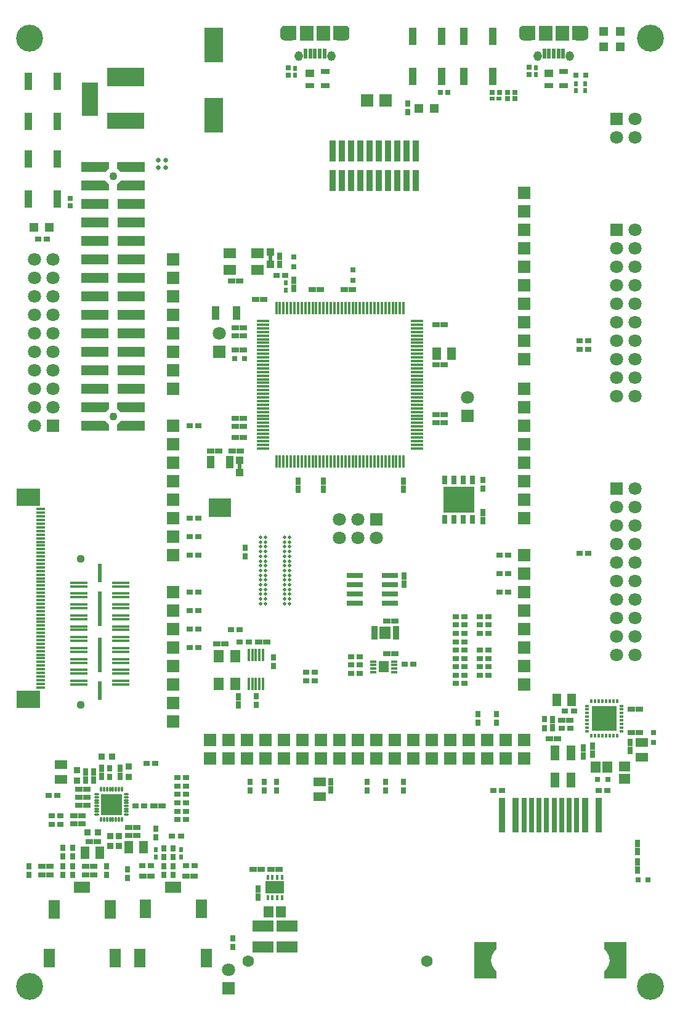
<source format=gts>
%FSLAX43Y43*%
%MOMM*%
G71*
G01*
G75*
G04 Layer_Color=8388736*
%ADD10C,0.175*%
%ADD11C,0.175*%
%ADD12R,0.700X0.700*%
%ADD13R,1.600X1.300*%
%ADD14R,1.000X2.250*%
%ADD15R,2.800X1.400*%
%ADD16R,0.650X0.800*%
%ADD17R,0.800X0.650*%
%ADD18R,0.600X0.550*%
%ADD19R,1.092X1.600*%
%ADD20R,0.700X0.700*%
%ADD21R,0.950X1.000*%
%ADD22R,0.600X0.900*%
%ADD23R,0.762X0.762*%
%ADD24R,0.900X0.600*%
%ADD25R,0.762X0.762*%
%ADD26R,0.500X0.600*%
%ADD27R,1.600X1.092*%
%ADD28R,1.500X1.350*%
%ADD29R,1.350X1.500*%
%ADD30R,2.200X1.500*%
%ADD31R,1.500X2.400*%
%ADD32R,0.650X0.500*%
%ADD33R,0.550X0.600*%
%ADD34R,1.100X1.000*%
%ADD35R,1.100X0.600*%
%ADD36R,0.500X0.650*%
%ADD37R,1.200X1.200*%
%ADD38R,1.200X1.200*%
%ADD39R,0.400X1.350*%
%ADD40R,0.950X1.750*%
%ADD41R,2.500X4.600*%
%ADD42R,2.200X0.600*%
%ADD43R,0.300X1.700*%
%ADD44O,0.300X1.700*%
%ADD45O,1.700X0.300*%
%ADD46R,1.300X1.400*%
%ADD47R,0.850X0.300*%
%ADD48R,3.400X3.400*%
%ADD49R,0.500X0.230*%
%ADD50R,0.230X0.500*%
%ADD51C,0.320*%
%ADD52R,4.100X3.500*%
%ADD53R,0.600X1.100*%
%ADD54R,2.500X1.700*%
%ADD55R,0.350X0.675*%
%ADD56R,0.700X0.300*%
%ADD57R,1.400X1.600*%
%ADD58O,0.200X0.700*%
%ADD59O,0.700X0.200*%
%ADD60R,2.800X2.800*%
%ADD61R,1.300X1.600*%
%ADD62R,1.000X1.600*%
%ADD63R,3.000X2.500*%
%ADD64R,1.200X2.000*%
%ADD65R,2.000X4.900*%
%ADD66R,0.810X4.600*%
%ADD67R,0.610X4.600*%
%ADD68R,1.100X0.300*%
%ADD69R,3.100X2.300*%
%ADD70R,0.430X4.700*%
%ADD71R,0.430X2.540*%
%ADD72R,2.270X0.280*%
%ADD73R,3.200X1.270*%
%ADD74R,3.683X1.270*%
%ADD75R,0.740X2.790*%
%ADD76C,0.300*%
%ADD77C,0.180*%
%ADD78C,0.200*%
%ADD79C,0.165*%
%ADD80C,0.150*%
%ADD81C,0.185*%
%ADD82C,0.127*%
%ADD83R,0.300X0.900*%
%ADD84R,1.800X1.900*%
%ADD85C,1.700*%
%ADD86R,1.700X1.700*%
%ADD87C,3.600*%
G04:AMPARAMS|DCode=88|XSize=2.1mm|YSize=1.9mm|CornerRadius=0.494mm|HoleSize=0mm|Usage=FLASHONLY|Rotation=0.000|XOffset=0mm|YOffset=0mm|HoleType=Round|Shape=RoundedRectangle|*
%AMROUNDEDRECTD88*
21,1,2.100,0.912,0,0,0.0*
21,1,1.112,1.900,0,0,0.0*
1,1,0.988,0.556,-0.456*
1,1,0.988,-0.556,-0.456*
1,1,0.988,-0.556,0.456*
1,1,0.988,0.556,0.456*
%
%ADD88ROUNDEDRECTD88*%
G04:AMPARAMS|DCode=89|XSize=1.05mm|YSize=1.25mm|CornerRadius=0.525mm|HoleSize=0mm|Usage=FLASHONLY|Rotation=180.000|XOffset=0mm|YOffset=0mm|HoleType=Round|Shape=RoundedRectangle|*
%AMROUNDEDRECTD89*
21,1,1.050,0.200,0,0,180.0*
21,1,0.000,1.250,0,0,180.0*
1,1,1.050,0.000,0.100*
1,1,1.050,0.000,0.100*
1,1,1.050,0.000,-0.100*
1,1,1.050,0.000,-0.100*
%
%ADD89ROUNDEDRECTD89*%
%ADD90R,1.700X1.700*%
%ADD91C,1.500*%
%ADD92R,2.200X4.500*%
%ADD93R,5.000X2.200*%
%ADD94R,5.000X2.400*%
%ADD95C,1.020*%
%ADD96C,1.000*%
%ADD97C,0.550*%
%ADD98C,0.400*%
%ADD99C,0.700*%
%ADD100C,0.660*%
%ADD101C,1.016*%
%ADD102C,0.500*%
%ADD103C,1.600*%
%ADD104C,1.900*%
G04:AMPARAMS|DCode=105|XSize=2.524mm|YSize=2.524mm|CornerRadius=0mm|HoleSize=0mm|Usage=FLASHONLY|Rotation=0.000|XOffset=0mm|YOffset=0mm|HoleType=Round|Shape=Relief|Width=0.254mm|Gap=0.254mm|Entries=4|*
%AMTHD105*
7,0,0,2.524,2.016,0.254,45*
%
%ADD105THD105*%
%ADD106O,1.425X2.100*%
%ADD107O,1.250X1.450*%
%ADD108C,2.100*%
%ADD109C,3.600*%
%AMTHOVALD110*
21,1,1.700,2.824,0,0,270.0*
1,1,2.824,0.000,0.850*
1,1,2.824,0.000,-0.850*
21,0,1.700,2.316,0,0,270.0*
1,0,2.316,0.000,0.850*
1,0,2.316,0.000,-0.850*
4,0,4,-0.090,0.760,-1.088,1.759,-0.909,1.938,0.090,0.940,-0.090,0.760,0.0*
4,0,4,-0.090,-0.940,0.909,-1.938,1.088,-1.759,0.090,-0.760,-0.090,-0.940,0.0*
4,0,4,-0.090,0.940,0.909,1.938,1.088,1.759,0.090,0.760,-0.090,0.940,0.0*
4,0,4,-0.090,-0.760,-1.088,-1.759,-0.909,-1.938,0.090,-0.940,-0.090,-0.760,0.0*
%
%ADD110THOVALD110*%

%ADD111O,4.100X1.800*%
%AMTHOVALD112*
21,1,1.800,2.724,0,0,0.0*
1,1,2.724,-0.900,0.000*
1,1,2.724,0.900,0.000*
21,0,1.800,2.216,0,0,0.0*
1,0,2.216,-0.900,0.000*
1,0,2.216,0.900,0.000*
4,0,4,-0.810,-0.090,-1.773,-1.053,-1.953,-0.873,-0.990,0.090,-0.810,-0.090,0.0*
4,0,4,0.990,-0.090,1.953,0.873,1.773,1.053,0.810,0.090,0.990,-0.090,0.0*
4,0,4,-0.990,-0.090,-1.953,0.873,-1.773,1.053,-0.810,0.090,-0.990,-0.090,0.0*
4,0,4,0.810,-0.090,1.773,-1.053,1.953,-0.873,0.990,0.090,0.810,-0.090,0.0*
%
%ADD112THOVALD112*%

%ADD113C,1.620*%
%ADD114C,1.790*%
%ADD115C,0.850*%
%ADD116C,0.800*%
%ADD117C,0.930*%
%ADD118C,3.300*%
%ADD119O,1.900X3.600*%
%ADD120O,3.600X1.800*%
%ADD121C,0.950*%
%ADD122C,0.800*%
%ADD123C,1.270*%
%ADD124R,0.600X1.300*%
%ADD125R,1.300X0.600*%
%ADD126R,0.350X0.850*%
%ADD127R,1.700X0.350*%
%ADD128R,0.650X1.050*%
%ADD129C,0.280*%
%ADD130O,0.850X0.280*%
%ADD131O,0.280X0.850*%
%ADD132R,0.230X0.700*%
%ADD133R,0.700X0.230*%
%ADD134R,2.700X2.700*%
%ADD135O,1.524X0.381*%
%ADD136R,3.000X3.000*%
%ADD137R,0.800X2.000*%
%ADD138R,2.000X1.100*%
%ADD139R,0.980X3.700*%
%ADD140R,3.700X0.980*%
%ADD141R,1.400X0.600*%
%ADD142C,0.125*%
%ADD143R,1.507X0.242*%
%ADD144R,1.490X0.201*%
%ADD145R,0.312X0.829*%
%ADD146C,0.254*%
%ADD147C,0.250*%
%ADD148C,0.600*%
%ADD149C,1.000*%
%ADD150C,0.100*%
%ADD151C,0.112*%
%ADD152R,2.100X2.100*%
%ADD153R,2.100X2.100*%
%ADD154C,0.264*%
%ADD155R,1.750X1.750*%
%ADD156R,0.870X0.870*%
%ADD157R,1.125X1.550*%
%ADD158R,1.700X1.700*%
%ADD159R,0.000X0.000*%
%ADD160R,1.350X1.550*%
%ADD161R,1.300X1.400*%
%ADD162R,0.510X0.900*%
%ADD163R,0.850X1.950*%
%ADD164R,0.800X0.800*%
%ADD165R,1.700X1.400*%
%ADD166R,1.100X2.350*%
%ADD167R,2.900X1.500*%
%ADD168R,0.750X0.900*%
%ADD169R,0.900X0.750*%
%ADD170R,0.700X0.650*%
%ADD171R,1.192X1.700*%
%ADD172R,0.800X0.800*%
%ADD173R,1.050X1.100*%
%ADD174R,0.700X1.000*%
%ADD175R,0.862X0.862*%
%ADD176R,1.000X0.700*%
%ADD177R,0.862X0.862*%
%ADD178R,0.600X0.700*%
%ADD179R,1.700X1.192*%
%ADD180R,1.600X1.450*%
%ADD181R,1.450X1.600*%
%ADD182R,2.300X1.600*%
%ADD183R,1.600X2.500*%
%ADD184R,0.750X0.600*%
%ADD185R,0.650X0.700*%
%ADD186R,1.200X1.100*%
%ADD187R,1.200X0.700*%
%ADD188R,0.600X0.750*%
%ADD189R,1.300X1.300*%
%ADD190R,1.300X1.300*%
%ADD191R,0.500X1.450*%
%ADD192R,1.050X1.850*%
%ADD193R,2.600X4.700*%
%ADD194R,2.300X0.700*%
%ADD195R,0.400X1.800*%
%ADD196O,0.400X1.800*%
%ADD197O,1.800X0.400*%
%ADD198R,1.400X1.500*%
%ADD199R,0.950X0.400*%
%ADD200R,3.500X3.500*%
%ADD201R,0.600X0.330*%
%ADD202R,0.330X0.600*%
%ADD203C,0.470*%
%ADD204R,4.200X3.600*%
%ADD205R,0.700X1.200*%
%ADD206R,2.600X1.800*%
%ADD207R,0.450X0.775*%
%ADD208R,0.850X0.450*%
%ADD209R,1.550X1.750*%
%ADD210O,0.300X0.800*%
%ADD211O,0.800X0.300*%
%ADD212R,2.900X2.900*%
%ADD213R,1.400X1.700*%
%ADD214R,1.100X1.700*%
%ADD215R,3.100X2.600*%
%ADD216R,1.300X2.100*%
%ADD217R,2.100X5.000*%
%ADD218R,0.910X4.700*%
%ADD219R,0.710X4.700*%
%ADD220R,1.200X0.400*%
%ADD221R,3.200X2.400*%
%ADD222R,0.530X4.800*%
%ADD223R,0.530X2.640*%
%ADD224R,2.370X0.380*%
%ADD225R,3.300X1.370*%
%ADD226R,3.783X1.370*%
%ADD227R,0.840X2.890*%
%ADD228R,1.900X2.000*%
%ADD229C,1.800*%
%ADD230R,1.800X1.800*%
%ADD231C,3.700*%
%ADD232C,0.100*%
G04:AMPARAMS|DCode=233|XSize=2.2mm|YSize=2mm|CornerRadius=0.544mm|HoleSize=0mm|Usage=FLASHONLY|Rotation=0.000|XOffset=0mm|YOffset=0mm|HoleType=Round|Shape=RoundedRectangle|*
%AMROUNDEDRECTD233*
21,1,2.200,0.912,0,0,0.0*
21,1,1.112,2.000,0,0,0.0*
1,1,1.088,0.556,-0.456*
1,1,1.088,-0.556,-0.456*
1,1,1.088,-0.556,0.456*
1,1,1.088,0.556,0.456*
%
%ADD233ROUNDEDRECTD233*%
G04:AMPARAMS|DCode=234|XSize=1.15mm|YSize=1.35mm|CornerRadius=0.575mm|HoleSize=0mm|Usage=FLASHONLY|Rotation=180.000|XOffset=0mm|YOffset=0mm|HoleType=Round|Shape=RoundedRectangle|*
%AMROUNDEDRECTD234*
21,1,1.150,0.200,0,0,180.0*
21,1,0.000,1.350,0,0,180.0*
1,1,1.150,0.000,0.100*
1,1,1.150,0.000,0.100*
1,1,1.150,0.000,-0.100*
1,1,1.150,0.000,-0.100*
%
%ADD234ROUNDEDRECTD234*%
%ADD235R,1.800X1.800*%
%ADD236R,0.100X0.100*%
%ADD237R,2.300X4.600*%
%ADD238R,5.100X2.300*%
%ADD239R,5.100X2.500*%
%ADD240C,1.120*%
%ADD241C,1.100*%
%ADD242C,0.650*%
G36*
X-76810Y-52430D02*
X-76801Y-52432D01*
X-76792Y-52437D01*
X-76784Y-52443D01*
X-76778Y-52451D01*
X-76774Y-52460D01*
X-76771Y-52469D01*
X-76770Y-52479D01*
Y-53299D01*
X-76770Y-53299D01*
X-76770Y-53304D01*
X-76771Y-53309D01*
X-76773Y-53316D01*
X-76774Y-53318D01*
X-76778Y-53327D01*
X-76784Y-53334D01*
X-77234Y-53784D01*
X-77234Y-53784D01*
X-77238Y-53787D01*
X-77242Y-53791D01*
X-77251Y-53795D01*
X-77260Y-53798D01*
X-77261Y-53798D01*
X-77270Y-53799D01*
X-77270Y-53799D01*
X-80500D01*
X-80510Y-53798D01*
X-80519Y-53795D01*
X-80528Y-53791D01*
X-80536Y-53784D01*
X-80542Y-53777D01*
X-80546Y-53768D01*
X-80549Y-53759D01*
X-80550Y-53749D01*
Y-52479D01*
X-80549Y-52469D01*
X-80546Y-52460D01*
X-80542Y-52451D01*
X-80536Y-52443D01*
X-80528Y-52437D01*
X-80519Y-52432D01*
X-80510Y-52430D01*
X-80500Y-52429D01*
X-76820D01*
X-76810Y-52430D01*
D02*
G37*
G36*
X-71860D02*
X-71851Y-52432D01*
X-71842Y-52437D01*
X-71834Y-52443D01*
X-71828Y-52451D01*
X-71824Y-52460D01*
X-71821Y-52469D01*
X-71820Y-52479D01*
Y-53749D01*
X-71821Y-53759D01*
X-71824Y-53768D01*
X-71828Y-53777D01*
X-71834Y-53784D01*
X-71842Y-53791D01*
X-71851Y-53795D01*
X-71860Y-53798D01*
X-71870Y-53799D01*
X-75100D01*
X-75100Y-53799D01*
X-75109Y-53798D01*
X-75110Y-53798D01*
X-75119Y-53795D01*
X-75128Y-53791D01*
X-75132Y-53787D01*
X-75136Y-53784D01*
X-75136Y-53784D01*
X-75586Y-53334D01*
X-75592Y-53327D01*
X-75596Y-53318D01*
X-75597Y-53316D01*
X-75599Y-53309D01*
X-75600Y-53304D01*
X-75600Y-53299D01*
X-75600Y-53299D01*
Y-52479D01*
X-75599Y-52469D01*
X-75596Y-52460D01*
X-75592Y-52451D01*
X-75586Y-52443D01*
X-75578Y-52437D01*
X-75569Y-52432D01*
X-75560Y-52430D01*
X-75550Y-52429D01*
X-71870D01*
X-71860Y-52430D01*
D02*
G37*
G36*
X-77261Y-21950D02*
X-77260Y-21950D01*
X-77251Y-21952D01*
X-77242Y-21957D01*
X-77238Y-21961D01*
X-77234Y-21963D01*
X-77234Y-21963D01*
X-76784Y-22413D01*
X-76778Y-22421D01*
X-76774Y-22430D01*
X-76773Y-22432D01*
X-76771Y-22439D01*
X-76770Y-22444D01*
X-76770Y-22449D01*
X-76770Y-22449D01*
Y-23269D01*
X-76771Y-23279D01*
X-76774Y-23288D01*
X-76778Y-23297D01*
X-76784Y-23304D01*
X-76792Y-23311D01*
X-76801Y-23315D01*
X-76810Y-23318D01*
X-76820Y-23319D01*
X-80500D01*
X-80510Y-23318D01*
X-80519Y-23315D01*
X-80528Y-23311D01*
X-80536Y-23304D01*
X-80542Y-23297D01*
X-80546Y-23288D01*
X-80549Y-23279D01*
X-80550Y-23269D01*
Y-21999D01*
X-80549Y-21989D01*
X-80546Y-21980D01*
X-80542Y-21971D01*
X-80536Y-21963D01*
X-80528Y-21957D01*
X-80519Y-21952D01*
X-80510Y-21950D01*
X-80500Y-21949D01*
X-77270D01*
X-77270Y-21949D01*
X-77261Y-21950D01*
D02*
G37*
G36*
X-75100Y-54969D02*
X-71870D01*
X-71860Y-54970D01*
X-71851Y-54972D01*
X-71842Y-54977D01*
X-71834Y-54983D01*
X-71828Y-54991D01*
X-71824Y-55000D01*
X-71821Y-55009D01*
X-71820Y-55019D01*
Y-56289D01*
X-71821Y-56299D01*
X-71824Y-56308D01*
X-71828Y-56317D01*
X-71834Y-56324D01*
X-71842Y-56331D01*
X-71851Y-56335D01*
X-71860Y-56338D01*
X-71870Y-56339D01*
X-75550D01*
X-75560Y-56338D01*
X-75569Y-56335D01*
X-75578Y-56331D01*
X-75586Y-56324D01*
X-75592Y-56317D01*
X-75596Y-56308D01*
X-75599Y-56299D01*
X-75600Y-56289D01*
Y-55469D01*
X-75600Y-55469D01*
X-75600Y-55464D01*
X-75599Y-55459D01*
X-75597Y-55452D01*
X-75596Y-55450D01*
X-75592Y-55441D01*
X-75586Y-55433D01*
X-75136Y-54983D01*
X-75136Y-54983D01*
X-75132Y-54981D01*
X-75128Y-54977D01*
X-75119Y-54972D01*
X-75110Y-54970D01*
X-75109Y-54970D01*
X-75100Y-54969D01*
X-75100Y-54969D01*
D02*
G37*
G36*
X-23485Y-126596D02*
X-23476Y-126599D01*
X-23467Y-126603D01*
X-23459Y-126609D01*
X-23453Y-126617D01*
X-23449Y-126626D01*
X-23446Y-126635D01*
X-23445Y-126645D01*
X-23445Y-127581D01*
X-23445Y-127584D01*
X-23445Y-127586D01*
X-23446Y-127588D01*
X-23446Y-127591D01*
X-23447Y-127593D01*
X-23447Y-127596D01*
X-23448Y-127598D01*
X-23449Y-127600D01*
X-23450Y-127603D01*
X-23451Y-127605D01*
X-23452Y-127607D01*
X-23453Y-127609D01*
X-23455Y-127611D01*
X-23457Y-127613D01*
X-23458Y-127615D01*
X-23459Y-127616D01*
X-23462Y-127618D01*
X-23464Y-127620D01*
X-23465Y-127621D01*
X-23467Y-127623D01*
X-23469Y-127624D01*
X-23704Y-127816D01*
X-23929Y-128090D01*
X-24096Y-128403D01*
X-24199Y-128742D01*
X-24233Y-129095D01*
X-24199Y-129448D01*
X-24096Y-129787D01*
X-23929Y-130100D01*
X-23704Y-130374D01*
X-23481Y-130556D01*
X-23479Y-130557D01*
X-23475Y-130558D01*
X-23474Y-130559D01*
X-23474Y-130559D01*
X-23470Y-130561D01*
X-23466Y-130563D01*
X-23466Y-130564D01*
X-23465Y-130564D01*
X-23462Y-130567D01*
X-23459Y-130569D01*
X-23458Y-130570D01*
X-23458Y-130570D01*
X-23455Y-130574D01*
X-23452Y-130577D01*
X-23452Y-130578D01*
X-23452Y-130578D01*
X-23450Y-130582D01*
X-23448Y-130586D01*
X-23447Y-130586D01*
X-23447Y-130587D01*
X-23446Y-130591D01*
X-23445Y-130595D01*
X-23445Y-130596D01*
X-23445Y-130596D01*
X-23444Y-130601D01*
X-23444Y-130605D01*
X-23444Y-130606D01*
X-23444Y-130606D01*
X-23444Y-130610D01*
X-23445Y-130615D01*
Y-131545D01*
X-23446Y-131555D01*
X-23449Y-131564D01*
X-23453Y-131573D01*
X-23459Y-131581D01*
X-23467Y-131587D01*
X-23476Y-131591D01*
X-23485Y-131594D01*
X-23495Y-131595D01*
X-26495D01*
X-26505Y-131594D01*
X-26514Y-131591D01*
X-26523Y-131587D01*
X-26531Y-131581D01*
X-26537Y-131573D01*
X-26541Y-131564D01*
X-26544Y-131555D01*
X-26545Y-131545D01*
Y-126645D01*
X-26544Y-126635D01*
X-26541Y-126626D01*
X-26537Y-126617D01*
X-26531Y-126609D01*
X-26523Y-126603D01*
X-26514Y-126599D01*
X-26505Y-126596D01*
X-26495Y-126595D01*
X-23495D01*
X-23485Y-126596D01*
D02*
G37*
G36*
X-5645D02*
X-5636Y-126599D01*
X-5627Y-126603D01*
X-5619Y-126609D01*
X-5613Y-126617D01*
X-5609Y-126626D01*
X-5606Y-126635D01*
X-5605Y-126645D01*
Y-131545D01*
X-5606Y-131555D01*
X-5609Y-131564D01*
X-5613Y-131573D01*
X-5619Y-131581D01*
X-5627Y-131587D01*
X-5636Y-131591D01*
X-5645Y-131594D01*
X-5655Y-131595D01*
X-8655D01*
X-8665Y-131594D01*
X-8674Y-131591D01*
X-8683Y-131587D01*
X-8691Y-131581D01*
X-8697Y-131573D01*
X-8701Y-131564D01*
X-8704Y-131555D01*
X-8705Y-131545D01*
X-8705Y-130610D01*
D01*
Y-130609D01*
X-8705Y-130606D01*
X-8705Y-130602D01*
X-8704Y-130601D01*
X-8704Y-130600D01*
X-8703Y-130596D01*
X-8702Y-130593D01*
X-8702Y-130592D01*
X-8701Y-130590D01*
X-8699Y-130587D01*
X-8698Y-130584D01*
X-8698Y-130583D01*
X-8697Y-130582D01*
X-8694Y-130578D01*
X-8692Y-130576D01*
X-8692Y-130575D01*
X-8691Y-130574D01*
X-8687Y-130571D01*
X-8685Y-130569D01*
X-8684Y-130569D01*
X-8683Y-130568D01*
X-8682Y-130567D01*
X-8446Y-130374D01*
X-8221Y-130100D01*
X-8054Y-129787D01*
X-7951Y-129448D01*
X-7917Y-129095D01*
X-7951Y-128742D01*
X-8054Y-128403D01*
X-8221Y-128090D01*
X-8446Y-127816D01*
X-8669Y-127634D01*
X-8671Y-127633D01*
X-8675Y-127632D01*
X-8676Y-127631D01*
X-8676Y-127631D01*
X-8680Y-127629D01*
X-8684Y-127627D01*
X-8684Y-127626D01*
X-8685Y-127626D01*
X-8688Y-127623D01*
X-8691Y-127621D01*
X-8692Y-127620D01*
X-8692Y-127620D01*
X-8695Y-127616D01*
X-8698Y-127613D01*
X-8698Y-127612D01*
X-8698Y-127612D01*
X-8700Y-127608D01*
X-8702Y-127604D01*
X-8703Y-127604D01*
X-8703Y-127603D01*
X-8704Y-127599D01*
X-8705Y-127595D01*
X-8705Y-127594D01*
X-8705Y-127594D01*
X-8706Y-127589D01*
X-8706Y-127585D01*
X-8706Y-127584D01*
X-8706Y-127584D01*
X-8706Y-127580D01*
X-8705Y-127575D01*
Y-126645D01*
X-8704Y-126635D01*
X-8701Y-126626D01*
X-8697Y-126617D01*
X-8691Y-126609D01*
X-8683Y-126603D01*
X-8674Y-126599D01*
X-8665Y-126596D01*
X-8655Y-126595D01*
X-5655D01*
X-5645Y-126596D01*
D02*
G37*
G36*
X-77261Y-54970D02*
X-77260Y-54970D01*
X-77251Y-54972D01*
X-77242Y-54977D01*
X-77238Y-54981D01*
X-77234Y-54983D01*
X-77234Y-54983D01*
X-76784Y-55433D01*
X-76778Y-55441D01*
X-76774Y-55450D01*
X-76773Y-55452D01*
X-76771Y-55459D01*
X-76770Y-55464D01*
X-76770Y-55469D01*
X-76770Y-55469D01*
Y-56289D01*
X-76771Y-56299D01*
X-76774Y-56308D01*
X-76778Y-56317D01*
X-76784Y-56324D01*
X-76792Y-56331D01*
X-76801Y-56335D01*
X-76810Y-56338D01*
X-76820Y-56339D01*
X-80500D01*
X-80510Y-56338D01*
X-80519Y-56335D01*
X-80528Y-56331D01*
X-80536Y-56324D01*
X-80542Y-56317D01*
X-80546Y-56308D01*
X-80549Y-56299D01*
X-80550Y-56289D01*
Y-55019D01*
X-80549Y-55009D01*
X-80546Y-55000D01*
X-80542Y-54991D01*
X-80536Y-54983D01*
X-80528Y-54977D01*
X-80519Y-54972D01*
X-80510Y-54970D01*
X-80500Y-54969D01*
X-77270D01*
X-77270Y-54969D01*
X-77261Y-54970D01*
D02*
G37*
G36*
X-11398Y-675D02*
X-11396Y-675D01*
X-11348Y-679D01*
X-11347Y-679D01*
X-11345Y-679D01*
X-11292Y-686D01*
X-11289Y-687D01*
X-11285Y-688D01*
X-11232Y-703D01*
X-11230Y-703D01*
X-11228Y-704D01*
X-11185Y-720D01*
X-11183Y-721D01*
X-11181Y-722D01*
X-11139Y-742D01*
X-11137Y-743D01*
X-11134Y-745D01*
X-11090Y-773D01*
X-11088Y-774D01*
X-11087Y-775D01*
X-11049Y-804D01*
X-11047Y-805D01*
X-11046Y-806D01*
X-11007Y-840D01*
X-11004Y-843D01*
X-11001Y-846D01*
X-10972Y-882D01*
X-10971Y-883D01*
X-10971Y-884D01*
X-10943Y-921D01*
X-10941Y-923D01*
X-10940Y-926D01*
X-10916Y-967D01*
X-10915Y-969D01*
X-10914Y-970D01*
X-10894Y-1012D01*
X-10893Y-1014D01*
X-10892Y-1016D01*
X-10876Y-1058D01*
X-10875Y-1061D01*
X-10874Y-1064D01*
X-10862Y-1115D01*
X-10862Y-1117D01*
X-10861Y-1119D01*
X-10854Y-1164D01*
X-10854Y-1166D01*
X-10854Y-1168D01*
X-10850Y-1221D01*
X-10850Y-1223D01*
X-10850Y-1225D01*
Y-2125D01*
X-10850Y-2127D01*
X-10850Y-2129D01*
X-10854Y-2184D01*
X-10854Y-2186D01*
X-10855Y-2189D01*
X-10863Y-2234D01*
X-10863Y-2235D01*
X-10863Y-2237D01*
X-10875Y-2287D01*
X-10876Y-2290D01*
X-10877Y-2294D01*
X-10893Y-2334D01*
X-10906Y-2366D01*
X-10908Y-2370D01*
X-10910Y-2373D01*
X-10935Y-2416D01*
X-10936Y-2418D01*
X-10937Y-2420D01*
X-10963Y-2457D01*
X-10964Y-2458D01*
X-10965Y-2460D01*
X-10996Y-2498D01*
X-10999Y-2500D01*
X-11001Y-2503D01*
X-11046Y-2544D01*
X-11048Y-2546D01*
X-11050Y-2547D01*
X-11090Y-2577D01*
X-11092Y-2578D01*
X-11093Y-2579D01*
X-11139Y-2609D01*
X-11142Y-2610D01*
X-11145Y-2612D01*
X-11198Y-2636D01*
X-11201Y-2637D01*
X-11205Y-2638D01*
X-11292Y-2664D01*
X-11297Y-2665D01*
X-11301Y-2666D01*
X-11301Y-2666D01*
X-11301Y-2666D01*
X-11301D01*
X-11395Y-2675D01*
X-11398Y-2675D01*
X-11400Y-2675D01*
X-13000D01*
X-13010Y-2674D01*
X-13019Y-2671D01*
X-13028Y-2667D01*
X-13036Y-2661D01*
X-13042Y-2653D01*
X-13046Y-2644D01*
X-13049Y-2635D01*
X-13050Y-2625D01*
Y-725D01*
X-13049Y-715D01*
X-13046Y-706D01*
X-13042Y-697D01*
X-13036Y-689D01*
X-13028Y-683D01*
X-13019Y-679D01*
X-13010Y-676D01*
X-13000Y-675D01*
X-11400D01*
X-11398Y-675D01*
D02*
G37*
G36*
X-51024Y-676D02*
X-51015Y-679D01*
X-51006Y-683D01*
X-50998Y-689D01*
X-50992Y-697D01*
X-50988Y-706D01*
X-50985Y-715D01*
X-50984Y-725D01*
Y-2625D01*
X-50985Y-2635D01*
X-50988Y-2644D01*
X-50992Y-2653D01*
X-50998Y-2661D01*
X-51006Y-2667D01*
X-51015Y-2671D01*
X-51024Y-2674D01*
X-51034Y-2675D01*
X-52634D01*
X-52636Y-2675D01*
X-52638Y-2675D01*
X-52686Y-2671D01*
X-52687Y-2671D01*
X-52689Y-2671D01*
X-52742Y-2664D01*
X-52745Y-2663D01*
X-52749Y-2662D01*
X-52802Y-2647D01*
X-52804Y-2647D01*
X-52806Y-2646D01*
X-52849Y-2630D01*
X-52851Y-2629D01*
X-52853Y-2628D01*
X-52895Y-2608D01*
X-52897Y-2607D01*
X-52900Y-2605D01*
X-52944Y-2577D01*
X-52946Y-2576D01*
X-52947Y-2575D01*
X-52985Y-2546D01*
X-52987Y-2545D01*
X-52988Y-2544D01*
X-53027Y-2510D01*
X-53030Y-2507D01*
X-53033Y-2504D01*
X-53062Y-2468D01*
X-53063Y-2467D01*
X-53063Y-2466D01*
X-53091Y-2429D01*
X-53093Y-2427D01*
X-53094Y-2424D01*
X-53118Y-2383D01*
X-53119Y-2381D01*
X-53120Y-2380D01*
X-53140Y-2338D01*
X-53141Y-2336D01*
X-53142Y-2334D01*
X-53158Y-2292D01*
X-53159Y-2289D01*
X-53160Y-2286D01*
X-53172Y-2235D01*
X-53172Y-2233D01*
X-53173Y-2231D01*
X-53180Y-2186D01*
X-53180Y-2184D01*
X-53180Y-2182D01*
X-53184Y-2129D01*
X-53184Y-2127D01*
X-53184Y-2125D01*
Y-1225D01*
X-53184Y-1223D01*
X-53184Y-1221D01*
X-53180Y-1166D01*
X-53180Y-1164D01*
X-53179Y-1161D01*
X-53171Y-1116D01*
X-53171Y-1115D01*
X-53171Y-1113D01*
X-53159Y-1063D01*
X-53158Y-1060D01*
X-53157Y-1056D01*
X-53141Y-1016D01*
X-53128Y-984D01*
X-53126Y-980D01*
X-53124Y-977D01*
X-53099Y-934D01*
X-53098Y-932D01*
X-53097Y-930D01*
X-53071Y-893D01*
X-53070Y-892D01*
X-53069Y-890D01*
X-53038Y-852D01*
X-53035Y-850D01*
X-53033Y-847D01*
X-52988Y-806D01*
X-52986Y-804D01*
X-52984Y-803D01*
X-52944Y-773D01*
X-52942Y-772D01*
X-52941Y-771D01*
X-52895Y-742D01*
X-52892Y-740D01*
X-52889Y-738D01*
X-52836Y-714D01*
X-52833Y-713D01*
X-52829Y-712D01*
X-52742Y-686D01*
X-52737Y-685D01*
X-52733Y-684D01*
X-52733Y-684D01*
X-52733Y-684D01*
X-52733D01*
X-52639Y-675D01*
X-52636Y-675D01*
X-52634Y-675D01*
X-51034D01*
X-51024Y-676D01*
D02*
G37*
G36*
X-18190D02*
X-18181Y-679D01*
X-18172Y-683D01*
X-18164Y-689D01*
X-18158Y-697D01*
X-18154Y-706D01*
X-18151Y-715D01*
X-18150Y-725D01*
Y-2625D01*
X-18151Y-2635D01*
X-18154Y-2644D01*
X-18158Y-2653D01*
X-18164Y-2661D01*
X-18172Y-2667D01*
X-18181Y-2671D01*
X-18190Y-2674D01*
X-18200Y-2675D01*
X-19800D01*
X-19802Y-2675D01*
X-19804Y-2675D01*
X-19852Y-2671D01*
X-19853Y-2671D01*
X-19855Y-2671D01*
X-19908Y-2664D01*
X-19911Y-2663D01*
X-19915Y-2662D01*
X-19968Y-2647D01*
X-19970Y-2647D01*
X-19972Y-2646D01*
X-20015Y-2630D01*
X-20017Y-2629D01*
X-20019Y-2628D01*
X-20061Y-2608D01*
X-20063Y-2607D01*
X-20066Y-2605D01*
X-20110Y-2577D01*
X-20112Y-2576D01*
X-20113Y-2575D01*
X-20151Y-2546D01*
X-20153Y-2545D01*
X-20154Y-2544D01*
X-20193Y-2510D01*
X-20196Y-2507D01*
X-20199Y-2504D01*
X-20228Y-2468D01*
X-20229Y-2467D01*
X-20229Y-2466D01*
X-20257Y-2429D01*
X-20259Y-2427D01*
X-20260Y-2424D01*
X-20284Y-2383D01*
X-20285Y-2381D01*
X-20286Y-2380D01*
X-20306Y-2338D01*
X-20307Y-2336D01*
X-20308Y-2334D01*
X-20324Y-2292D01*
X-20325Y-2289D01*
X-20326Y-2286D01*
X-20338Y-2235D01*
X-20338Y-2233D01*
X-20339Y-2231D01*
X-20346Y-2186D01*
X-20346Y-2184D01*
X-20346Y-2182D01*
X-20350Y-2129D01*
X-20350Y-2127D01*
X-20350Y-2125D01*
Y-1225D01*
X-20350Y-1223D01*
X-20350Y-1221D01*
X-20346Y-1166D01*
X-20346Y-1164D01*
X-20345Y-1161D01*
X-20337Y-1116D01*
X-20337Y-1115D01*
X-20337Y-1113D01*
X-20325Y-1063D01*
X-20324Y-1060D01*
X-20323Y-1056D01*
X-20307Y-1016D01*
X-20294Y-984D01*
X-20292Y-980D01*
X-20290Y-977D01*
X-20265Y-934D01*
X-20264Y-932D01*
X-20263Y-930D01*
X-20237Y-893D01*
X-20236Y-892D01*
X-20235Y-890D01*
X-20204Y-852D01*
X-20201Y-850D01*
X-20199Y-847D01*
X-20154Y-806D01*
X-20152Y-804D01*
X-20150Y-803D01*
X-20110Y-773D01*
X-20108Y-772D01*
X-20107Y-771D01*
X-20061Y-742D01*
X-20058Y-740D01*
X-20055Y-738D01*
X-20002Y-714D01*
X-19999Y-713D01*
X-19995Y-712D01*
X-19908Y-686D01*
X-19903Y-685D01*
X-19899Y-684D01*
X-19899Y-684D01*
X-19899Y-684D01*
X-19899D01*
X-19805Y-675D01*
X-19802Y-675D01*
X-19800Y-675D01*
X-18200D01*
X-18190Y-676D01*
D02*
G37*
G36*
X-44232Y-675D02*
X-44230Y-675D01*
X-44182Y-679D01*
X-44181Y-679D01*
X-44179Y-679D01*
X-44126Y-686D01*
X-44123Y-687D01*
X-44119Y-688D01*
X-44066Y-703D01*
X-44064Y-703D01*
X-44062Y-704D01*
X-44019Y-720D01*
X-44017Y-721D01*
X-44015Y-722D01*
X-43973Y-742D01*
X-43971Y-743D01*
X-43968Y-745D01*
X-43924Y-773D01*
X-43922Y-774D01*
X-43921Y-775D01*
X-43883Y-804D01*
X-43881Y-805D01*
X-43880Y-806D01*
X-43841Y-840D01*
X-43838Y-843D01*
X-43835Y-846D01*
X-43806Y-882D01*
X-43805Y-883D01*
X-43805Y-884D01*
X-43777Y-921D01*
X-43775Y-923D01*
X-43774Y-926D01*
X-43750Y-967D01*
X-43749Y-969D01*
X-43748Y-970D01*
X-43728Y-1012D01*
X-43727Y-1014D01*
X-43726Y-1016D01*
X-43710Y-1058D01*
X-43709Y-1061D01*
X-43708Y-1064D01*
X-43696Y-1115D01*
X-43696Y-1117D01*
X-43695Y-1119D01*
X-43688Y-1164D01*
X-43688Y-1166D01*
X-43688Y-1168D01*
X-43684Y-1221D01*
X-43684Y-1223D01*
X-43684Y-1225D01*
Y-2125D01*
X-43684Y-2127D01*
X-43684Y-2129D01*
X-43688Y-2184D01*
X-43688Y-2186D01*
X-43689Y-2189D01*
X-43697Y-2234D01*
X-43697Y-2235D01*
X-43697Y-2237D01*
X-43709Y-2287D01*
X-43710Y-2290D01*
X-43711Y-2294D01*
X-43727Y-2334D01*
X-43740Y-2366D01*
X-43742Y-2370D01*
X-43744Y-2373D01*
X-43769Y-2416D01*
X-43770Y-2418D01*
X-43771Y-2420D01*
X-43797Y-2457D01*
X-43798Y-2458D01*
X-43799Y-2460D01*
X-43830Y-2498D01*
X-43833Y-2500D01*
X-43835Y-2503D01*
X-43880Y-2544D01*
X-43882Y-2546D01*
X-43884Y-2547D01*
X-43924Y-2577D01*
X-43926Y-2578D01*
X-43927Y-2579D01*
X-43973Y-2609D01*
X-43976Y-2610D01*
X-43979Y-2612D01*
X-44032Y-2636D01*
X-44035Y-2637D01*
X-44039Y-2638D01*
X-44126Y-2664D01*
X-44131Y-2665D01*
X-44135Y-2666D01*
X-44135Y-2666D01*
X-44135Y-2666D01*
X-44135D01*
X-44229Y-2675D01*
X-44232Y-2675D01*
X-44234Y-2675D01*
X-45834D01*
X-45844Y-2674D01*
X-45853Y-2671D01*
X-45862Y-2667D01*
X-45870Y-2661D01*
X-45876Y-2653D01*
X-45880Y-2644D01*
X-45883Y-2635D01*
X-45884Y-2625D01*
Y-725D01*
X-45883Y-715D01*
X-45880Y-706D01*
X-45876Y-697D01*
X-45870Y-689D01*
X-45862Y-683D01*
X-45853Y-679D01*
X-45844Y-676D01*
X-45834Y-675D01*
X-44234D01*
X-44232Y-675D01*
D02*
G37*
G36*
X-75100Y-21949D02*
X-71870D01*
X-71860Y-21950D01*
X-71851Y-21952D01*
X-71842Y-21957D01*
X-71834Y-21963D01*
X-71828Y-21971D01*
X-71824Y-21980D01*
X-71821Y-21989D01*
X-71820Y-21999D01*
Y-23269D01*
X-71821Y-23279D01*
X-71824Y-23288D01*
X-71828Y-23297D01*
X-71834Y-23304D01*
X-71842Y-23311D01*
X-71851Y-23315D01*
X-71860Y-23318D01*
X-71870Y-23319D01*
X-75550D01*
X-75560Y-23318D01*
X-75569Y-23315D01*
X-75578Y-23311D01*
X-75586Y-23304D01*
X-75592Y-23297D01*
X-75596Y-23288D01*
X-75599Y-23279D01*
X-75600Y-23269D01*
Y-22449D01*
X-75600Y-22449D01*
X-75600Y-22444D01*
X-75599Y-22439D01*
X-75597Y-22432D01*
X-75596Y-22430D01*
X-75592Y-22421D01*
X-75586Y-22413D01*
X-75136Y-21963D01*
X-75136Y-21963D01*
X-75132Y-21961D01*
X-75128Y-21957D01*
X-75119Y-21952D01*
X-75110Y-21950D01*
X-75109Y-21950D01*
X-75100Y-21949D01*
X-75100Y-21949D01*
D02*
G37*
G36*
X-76810Y-19410D02*
X-76801Y-19412D01*
X-76792Y-19417D01*
X-76784Y-19423D01*
X-76778Y-19431D01*
X-76774Y-19440D01*
X-76771Y-19449D01*
X-76770Y-19459D01*
Y-20279D01*
X-76770Y-20279D01*
X-76770Y-20284D01*
X-76771Y-20289D01*
X-76773Y-20296D01*
X-76774Y-20298D01*
X-76778Y-20307D01*
X-76784Y-20314D01*
X-77234Y-20764D01*
X-77234Y-20764D01*
X-77238Y-20767D01*
X-77242Y-20771D01*
X-77251Y-20775D01*
X-77260Y-20778D01*
X-77261Y-20778D01*
X-77270Y-20779D01*
X-77270Y-20779D01*
X-80500D01*
X-80510Y-20778D01*
X-80519Y-20775D01*
X-80528Y-20771D01*
X-80536Y-20764D01*
X-80542Y-20757D01*
X-80546Y-20748D01*
X-80549Y-20739D01*
X-80550Y-20729D01*
Y-19459D01*
X-80549Y-19449D01*
X-80546Y-19440D01*
X-80542Y-19431D01*
X-80536Y-19423D01*
X-80528Y-19417D01*
X-80519Y-19412D01*
X-80510Y-19410D01*
X-80500Y-19409D01*
X-76820D01*
X-76810Y-19410D01*
D02*
G37*
G36*
X-71860D02*
X-71851Y-19412D01*
X-71842Y-19417D01*
X-71834Y-19423D01*
X-71828Y-19431D01*
X-71824Y-19440D01*
X-71821Y-19449D01*
X-71820Y-19459D01*
Y-20729D01*
X-71821Y-20739D01*
X-71824Y-20748D01*
X-71828Y-20757D01*
X-71834Y-20764D01*
X-71842Y-20771D01*
X-71851Y-20775D01*
X-71860Y-20778D01*
X-71870Y-20779D01*
X-75100D01*
X-75100Y-20779D01*
X-75109Y-20778D01*
X-75110Y-20778D01*
X-75119Y-20775D01*
X-75128Y-20771D01*
X-75132Y-20767D01*
X-75136Y-20764D01*
X-75136Y-20764D01*
X-75586Y-20314D01*
X-75592Y-20307D01*
X-75596Y-20298D01*
X-75597Y-20296D01*
X-75599Y-20289D01*
X-75600Y-20284D01*
X-75600Y-20279D01*
X-75600Y-20279D01*
Y-19459D01*
X-75599Y-19449D01*
X-75596Y-19440D01*
X-75592Y-19431D01*
X-75586Y-19423D01*
X-75578Y-19417D01*
X-75569Y-19412D01*
X-75560Y-19410D01*
X-75550Y-19409D01*
X-71870D01*
X-71860Y-19410D01*
D02*
G37*
D99*
X-9675Y-95875D02*
D03*
X-7675D02*
D03*
X-9675Y-96875D02*
D03*
Y-94875D02*
D03*
X-7675Y-96875D02*
D03*
Y-94875D02*
D03*
X-8675Y-95875D02*
D03*
Y-96875D02*
D03*
Y-94875D02*
D03*
D103*
X-33028Y-129200D02*
D03*
X-57627D02*
D03*
D162*
X-58755Y-61225D02*
D03*
X-54570Y-32575D02*
D03*
D163*
X-37325Y-84125D02*
D03*
X-40225D02*
D03*
D164*
X-43175Y-34250D02*
D03*
Y-35650D02*
D03*
X-51300Y-32426D02*
D03*
Y-33826D02*
D03*
X-1925Y-99175D02*
D03*
Y-97775D02*
D03*
D165*
X-60175Y-31925D02*
D03*
X-56375D02*
D03*
Y-34225D02*
D03*
X-60175D02*
D03*
D166*
X-83850Y-13825D02*
D03*
Y-8325D02*
D03*
X-87850D02*
D03*
Y-13825D02*
D03*
X-31000Y-7650D02*
D03*
Y-2150D02*
D03*
X-35000D02*
D03*
Y-7650D02*
D03*
X-24000D02*
D03*
Y-2150D02*
D03*
X-28000D02*
D03*
Y-7650D02*
D03*
X-83850Y-24450D02*
D03*
Y-18950D02*
D03*
X-87850D02*
D03*
Y-24450D02*
D03*
D167*
X-52305Y-127300D02*
D03*
Y-124400D02*
D03*
X-55605D02*
D03*
Y-127300D02*
D03*
D168*
X-76625Y-102675D02*
D03*
Y-103875D02*
D03*
X-56500Y-94025D02*
D03*
Y-92825D02*
D03*
X-74200Y-117825D02*
D03*
Y-116625D02*
D03*
X-87725Y-117350D02*
D03*
Y-116150D02*
D03*
X-77075Y-117350D02*
D03*
Y-116150D02*
D03*
X-70300Y-112200D02*
D03*
Y-111000D02*
D03*
X-67900Y-114900D02*
D03*
Y-113700D02*
D03*
X-69225Y-114900D02*
D03*
Y-113700D02*
D03*
X-81725Y-113650D02*
D03*
Y-114850D02*
D03*
X-83075Y-113650D02*
D03*
Y-114850D02*
D03*
X-16875Y-95975D02*
D03*
Y-97175D02*
D03*
X-59700Y-126100D02*
D03*
Y-127300D02*
D03*
X-57377Y-104550D02*
D03*
Y-105750D02*
D03*
X-53678Y-104550D02*
D03*
Y-105750D02*
D03*
X-55377Y-104550D02*
D03*
Y-105750D02*
D03*
X-36253Y-104550D02*
D03*
Y-105750D02*
D03*
X-38753Y-104550D02*
D03*
Y-105750D02*
D03*
X-41253Y-104550D02*
D03*
Y-105750D02*
D03*
X-25325Y-64300D02*
D03*
Y-63100D02*
D03*
X-57997Y-72400D02*
D03*
Y-73600D02*
D03*
X-54100Y-87475D02*
D03*
Y-88675D02*
D03*
X-26025Y-95269D02*
D03*
Y-96469D02*
D03*
X-23475Y-95275D02*
D03*
Y-96475D02*
D03*
X-69225Y-117400D02*
D03*
Y-116200D02*
D03*
X-81725Y-116150D02*
D03*
Y-117350D02*
D03*
X-83075Y-116150D02*
D03*
Y-117350D02*
D03*
X-35675Y-11350D02*
D03*
Y-12550D02*
D03*
X-67900Y-117400D02*
D03*
Y-116200D02*
D03*
D169*
X-70400Y-102025D02*
D03*
X-71600D02*
D03*
X-85075Y-106400D02*
D03*
X-83875D02*
D03*
X-64975Y-116125D02*
D03*
X-66175D02*
D03*
X-72150D02*
D03*
X-70950D02*
D03*
X-66875Y-112025D02*
D03*
X-68075D02*
D03*
X-84650Y-110400D02*
D03*
X-83450D02*
D03*
X-84650Y-109250D02*
D03*
X-83450D02*
D03*
X-66125Y-104000D02*
D03*
X-67325D02*
D03*
X-71900Y-107875D02*
D03*
X-73100D02*
D03*
X-25794Y-87623D02*
D03*
X-24594D02*
D03*
X-25788Y-84173D02*
D03*
X-24588D02*
D03*
X-24594Y-88773D02*
D03*
X-25794D02*
D03*
X-25794Y-89923D02*
D03*
X-24594D02*
D03*
X-25794Y-81873D02*
D03*
X-24594D02*
D03*
X-25794Y-83023D02*
D03*
X-24594D02*
D03*
X-25794Y-86473D02*
D03*
X-24594D02*
D03*
X-27869Y-88773D02*
D03*
X-29069D02*
D03*
X-12850Y-94825D02*
D03*
X-14050D02*
D03*
X-27869Y-85323D02*
D03*
X-29069D02*
D03*
X-27869Y-89923D02*
D03*
X-29069D02*
D03*
X-27869Y-81873D02*
D03*
X-29069D02*
D03*
X-27869Y-83023D02*
D03*
X-29069D02*
D03*
X-27869Y-86473D02*
D03*
X-29069D02*
D03*
X-27869Y-87623D02*
D03*
X-29069D02*
D03*
X-27869Y-84173D02*
D03*
X-29069D02*
D03*
X-14550Y-97250D02*
D03*
X-13350D02*
D03*
X-23900Y-105800D02*
D03*
X-22700D02*
D03*
X-9450Y-105775D02*
D03*
X-8250D02*
D03*
X-27869Y-91048D02*
D03*
X-29069D02*
D03*
X-34925Y-88425D02*
D03*
X-36125D02*
D03*
X-42300Y-87375D02*
D03*
X-43500D02*
D03*
X-42300Y-88525D02*
D03*
X-43500D02*
D03*
X-42300Y-89675D02*
D03*
X-43500D02*
D03*
X-86450Y-29969D02*
D03*
X-85250D02*
D03*
X-52528Y-34968D02*
D03*
X-53728D02*
D03*
X-48475Y-90650D02*
D03*
X-49675D02*
D03*
X-48475Y-89500D02*
D03*
X-49675D02*
D03*
X-66125Y-105150D02*
D03*
X-67325D02*
D03*
X-66125Y-106300D02*
D03*
X-67325D02*
D03*
X-66125Y-108600D02*
D03*
X-67325D02*
D03*
X-60000Y-83675D02*
D03*
X-58800D02*
D03*
X-66125Y-109750D02*
D03*
X-67325D02*
D03*
X-66125Y-107450D02*
D03*
X-67325D02*
D03*
X-64475Y-86119D02*
D03*
X-65675D02*
D03*
X-64475Y-83594D02*
D03*
X-65675D02*
D03*
X-64475Y-81069D02*
D03*
X-65675D02*
D03*
X-64475Y-78519D02*
D03*
X-65675D02*
D03*
X-64475Y-73444D02*
D03*
X-65675D02*
D03*
X-64475Y-70894D02*
D03*
X-65675D02*
D03*
X-64475Y-68369D02*
D03*
X-65675D02*
D03*
X-64475Y-55644D02*
D03*
X-65675D02*
D03*
X-12050Y-73175D02*
D03*
X-10850D02*
D03*
X-23100Y-75969D02*
D03*
X-21900D02*
D03*
X-23100Y-73419D02*
D03*
X-21900D02*
D03*
X-12050Y-45125D02*
D03*
X-10850D02*
D03*
X-12050Y-43975D02*
D03*
X-10850D02*
D03*
X-21900Y-78525D02*
D03*
X-23100D02*
D03*
X-57550Y-85325D02*
D03*
X-58750D02*
D03*
D170*
X-20975Y-10675D02*
D03*
X-21975D02*
D03*
X-31150Y-9850D02*
D03*
X-30150D02*
D03*
X-24100Y-9800D02*
D03*
X-23100D02*
D03*
X-21975D02*
D03*
X-20975D02*
D03*
D171*
X-73991Y-113525D02*
D03*
X-71959D02*
D03*
X-78034Y-114300D02*
D03*
X-80066D02*
D03*
X-31725Y-45725D02*
D03*
X-29693D02*
D03*
X-13150Y-93275D02*
D03*
X-15182D02*
D03*
D172*
X-8175Y-104225D02*
D03*
X-9575D02*
D03*
X-58075Y-46400D02*
D03*
X-59475D02*
D03*
X-11200Y-7500D02*
D03*
X-12600D02*
D03*
X-4025Y-118075D02*
D03*
X-2625D02*
D03*
D173*
X-58750Y-60375D02*
D03*
Y-62075D02*
D03*
X-54575Y-33425D02*
D03*
Y-31725D02*
D03*
D174*
X-77750Y-103825D02*
D03*
Y-102725D02*
D03*
X-78850Y-104325D02*
D03*
Y-103225D02*
D03*
X-79975Y-104325D02*
D03*
Y-103225D02*
D03*
X-58975Y-92875D02*
D03*
Y-93975D02*
D03*
X-75250Y-103832D02*
D03*
Y-102732D02*
D03*
X-15750Y-96025D02*
D03*
Y-97125D02*
D03*
X-5100Y-99125D02*
D03*
Y-100225D02*
D03*
X-11525Y-101000D02*
D03*
Y-99900D02*
D03*
X-10250Y-99650D02*
D03*
Y-100750D02*
D03*
X-46248Y-104600D02*
D03*
Y-105700D02*
D03*
X-25325Y-68650D02*
D03*
Y-67550D02*
D03*
X-36225Y-76275D02*
D03*
Y-77375D02*
D03*
X-53275Y-33475D02*
D03*
Y-32375D02*
D03*
X-51300Y-36750D02*
D03*
Y-35650D02*
D03*
X-47250Y-63250D02*
D03*
Y-64350D02*
D03*
X-36250Y-63250D02*
D03*
Y-64350D02*
D03*
X-50750Y-63250D02*
D03*
Y-64350D02*
D03*
X-56250Y-120380D02*
D03*
Y-119280D02*
D03*
X-4075Y-113025D02*
D03*
Y-114125D02*
D03*
Y-116650D02*
D03*
Y-115550D02*
D03*
D175*
X-81175Y-104374D02*
D03*
Y-102977D02*
D03*
X-74025Y-103881D02*
D03*
Y-102484D02*
D03*
X-76600Y-112002D02*
D03*
Y-113398D02*
D03*
X-75400Y-112002D02*
D03*
Y-113398D02*
D03*
D176*
X-61925Y-85625D02*
D03*
X-60825D02*
D03*
X-74050Y-110875D02*
D03*
X-72950D02*
D03*
X-74050Y-111975D02*
D03*
X-72950D02*
D03*
X-78325Y-112750D02*
D03*
X-79425D02*
D03*
X-79750Y-106700D02*
D03*
X-80850D02*
D03*
X-79750Y-107800D02*
D03*
X-80850D02*
D03*
X-66125Y-117500D02*
D03*
X-65025D02*
D03*
X-71000D02*
D03*
X-72100D02*
D03*
X-80850Y-105600D02*
D03*
X-79750D02*
D03*
X-80500Y-110375D02*
D03*
X-81600D02*
D03*
X-80500Y-109275D02*
D03*
X-81600D02*
D03*
X-84850Y-117350D02*
D03*
X-85950D02*
D03*
X-79950D02*
D03*
X-78850D02*
D03*
X-84850Y-116150D02*
D03*
X-85950D02*
D03*
X-79950D02*
D03*
X-78850D02*
D03*
X-69425Y-107875D02*
D03*
X-70525D02*
D03*
X-13400Y-96125D02*
D03*
X-14500D02*
D03*
X-4950Y-97825D02*
D03*
X-3850D02*
D03*
X-16200Y-98650D02*
D03*
X-15100D02*
D03*
X-4950Y-94625D02*
D03*
X-3850D02*
D03*
X-37475Y-82475D02*
D03*
X-38575D02*
D03*
X-37475Y-86925D02*
D03*
X-38575D02*
D03*
X-58800Y-35750D02*
D03*
X-59900D02*
D03*
X-61675Y-59075D02*
D03*
X-62775D02*
D03*
X-58725D02*
D03*
X-59825D02*
D03*
X-58250Y-45250D02*
D03*
X-59350D02*
D03*
X-43275Y-36900D02*
D03*
X-44375D02*
D03*
X-31750Y-41750D02*
D03*
X-30650D02*
D03*
X-31750Y-54150D02*
D03*
X-30650D02*
D03*
X-58250Y-57250D02*
D03*
X-59350D02*
D03*
X-58250Y-54650D02*
D03*
X-59350D02*
D03*
X-58250Y-42200D02*
D03*
X-59350D02*
D03*
X-55500Y-38250D02*
D03*
X-56600D02*
D03*
X-48800Y-36900D02*
D03*
X-47700D02*
D03*
X-31750Y-47250D02*
D03*
X-30650D02*
D03*
X-31750Y-55250D02*
D03*
X-30650D02*
D03*
X-58250Y-55750D02*
D03*
X-59350D02*
D03*
X-58250Y-43300D02*
D03*
X-59350D02*
D03*
X-55100Y-85350D02*
D03*
X-56200D02*
D03*
X-54475Y-116580D02*
D03*
X-53375D02*
D03*
X-55850D02*
D03*
X-56950D02*
D03*
D177*
X-78276Y-111550D02*
D03*
X-79674D02*
D03*
X-76352Y-101075D02*
D03*
X-77748D02*
D03*
D178*
X-70333Y-113851D02*
D03*
X-70333Y-114901D02*
D03*
X-66802Y-113851D02*
D03*
X-66802Y-114901D02*
D03*
D179*
X-3525Y-99150D02*
D03*
Y-101182D02*
D03*
X-47823Y-104550D02*
D03*
Y-106582D02*
D03*
X-83325Y-104266D02*
D03*
Y-102234D02*
D03*
D180*
X-5900Y-102500D02*
D03*
Y-104150D02*
D03*
D181*
X-9875Y-102550D02*
D03*
X-8225D02*
D03*
X-53125Y-122455D02*
D03*
X-54775D02*
D03*
D182*
X-67925Y-119025D02*
D03*
X-80425Y-119075D02*
D03*
D183*
X-63375Y-128775D02*
D03*
X-72475D02*
D03*
X-64075Y-122025D02*
D03*
X-71775D02*
D03*
X-75875Y-128825D02*
D03*
X-84975D02*
D03*
X-76575Y-122075D02*
D03*
X-84275D02*
D03*
D184*
X-24075Y-10675D02*
D03*
X-23125D02*
D03*
D185*
X-52100Y-7478D02*
D03*
Y-6478D02*
D03*
X-19000Y-7400D02*
D03*
Y-6400D02*
D03*
X-82050Y-24425D02*
D03*
Y-25425D02*
D03*
D186*
X-16325Y-7178D02*
D03*
X-49159Y-7178D02*
D03*
D187*
X-16325Y-8878D02*
D03*
X-14225D02*
D03*
Y-6978D02*
D03*
X-47059Y-6978D02*
D03*
Y-8878D02*
D03*
X-49159D02*
D03*
D188*
X-51200Y-6503D02*
D03*
Y-7453D02*
D03*
X-11300Y-9575D02*
D03*
Y-8625D02*
D03*
X-12600Y-9575D02*
D03*
Y-8625D02*
D03*
X-18100Y-6425D02*
D03*
Y-7375D02*
D03*
X-52450Y-36025D02*
D03*
Y-36975D02*
D03*
D189*
X-34150Y-12000D02*
D03*
X-32050D02*
D03*
X-84954Y-28350D02*
D03*
X-87054D02*
D03*
D190*
X-6500Y-1450D02*
D03*
Y-3550D02*
D03*
X-8750Y-1450D02*
D03*
Y-3550D02*
D03*
D191*
X-49734Y-4475D02*
D03*
X-49084D02*
D03*
X-47134D02*
D03*
X-47784D02*
D03*
X-48434D02*
D03*
X-16900D02*
D03*
X-16250D02*
D03*
X-15600D02*
D03*
X-14950D02*
D03*
X-14300D02*
D03*
D192*
X-62125Y-40125D02*
D03*
X-59175D02*
D03*
D193*
X-62325Y-3350D02*
D03*
Y-12950D02*
D03*
D194*
X-42925Y-76220D02*
D03*
Y-77490D02*
D03*
Y-78760D02*
D03*
Y-80030D02*
D03*
X-38125Y-76220D02*
D03*
Y-77490D02*
D03*
Y-78760D02*
D03*
Y-80030D02*
D03*
D195*
X-55550Y-87100D02*
D03*
X-56050D02*
D03*
X-56550D02*
D03*
X-57050D02*
D03*
X-57550D02*
D03*
X-55550Y-91100D02*
D03*
X-56050D02*
D03*
X-56550D02*
D03*
X-57050D02*
D03*
X-57550D02*
D03*
D196*
X-53750Y-39450D02*
D03*
X-53250D02*
D03*
X-52750D02*
D03*
X-52250D02*
D03*
X-51750D02*
D03*
X-51250D02*
D03*
X-50750D02*
D03*
X-49250D02*
D03*
X-48750D02*
D03*
X-48250D02*
D03*
X-47750D02*
D03*
X-47250D02*
D03*
X-46750D02*
D03*
X-46250D02*
D03*
X-45750D02*
D03*
X-45250D02*
D03*
X-44750D02*
D03*
X-44250D02*
D03*
X-43750D02*
D03*
X-43250D02*
D03*
X-42750D02*
D03*
X-42250D02*
D03*
X-41750D02*
D03*
X-41250D02*
D03*
X-40750D02*
D03*
X-40250D02*
D03*
X-39750D02*
D03*
X-39250D02*
D03*
X-38750D02*
D03*
X-38250D02*
D03*
X-37750D02*
D03*
X-37250D02*
D03*
X-36750D02*
D03*
X-36250D02*
D03*
Y-60550D02*
D03*
X-36750D02*
D03*
X-37250D02*
D03*
X-37750D02*
D03*
X-38250D02*
D03*
X-38750D02*
D03*
X-39250D02*
D03*
X-39750D02*
D03*
X-40250D02*
D03*
X-40750D02*
D03*
X-41250D02*
D03*
X-41750D02*
D03*
X-42250D02*
D03*
X-42750D02*
D03*
X-43250D02*
D03*
X-43750D02*
D03*
X-44250D02*
D03*
X-44750D02*
D03*
X-45250D02*
D03*
X-45750D02*
D03*
X-46250D02*
D03*
X-46750D02*
D03*
X-47250D02*
D03*
X-47750D02*
D03*
X-48250D02*
D03*
X-48750D02*
D03*
X-49250D02*
D03*
X-49750D02*
D03*
X-50250D02*
D03*
X-50750D02*
D03*
X-51250D02*
D03*
X-51750D02*
D03*
X-52250D02*
D03*
X-52750D02*
D03*
X-53250D02*
D03*
X-53750D02*
D03*
X-49750Y-39450D02*
D03*
X-50250D02*
D03*
D197*
X-34400Y-41250D02*
D03*
Y-41750D02*
D03*
Y-42250D02*
D03*
Y-42750D02*
D03*
Y-43250D02*
D03*
Y-43750D02*
D03*
Y-44250D02*
D03*
Y-44750D02*
D03*
Y-45250D02*
D03*
Y-45750D02*
D03*
Y-46250D02*
D03*
Y-46750D02*
D03*
Y-47250D02*
D03*
Y-47750D02*
D03*
Y-48250D02*
D03*
Y-48750D02*
D03*
Y-49250D02*
D03*
Y-49750D02*
D03*
Y-50250D02*
D03*
Y-50750D02*
D03*
Y-51250D02*
D03*
Y-51750D02*
D03*
Y-52250D02*
D03*
Y-52750D02*
D03*
Y-53250D02*
D03*
Y-53750D02*
D03*
Y-54250D02*
D03*
Y-54750D02*
D03*
Y-55250D02*
D03*
Y-55750D02*
D03*
Y-56250D02*
D03*
Y-56750D02*
D03*
Y-57250D02*
D03*
Y-57750D02*
D03*
Y-58250D02*
D03*
Y-58750D02*
D03*
X-55600D02*
D03*
Y-58250D02*
D03*
Y-57750D02*
D03*
Y-57250D02*
D03*
Y-56750D02*
D03*
Y-56250D02*
D03*
Y-55750D02*
D03*
Y-55250D02*
D03*
Y-54750D02*
D03*
Y-54250D02*
D03*
Y-53750D02*
D03*
Y-53250D02*
D03*
Y-52750D02*
D03*
Y-52250D02*
D03*
Y-51750D02*
D03*
Y-51250D02*
D03*
Y-50750D02*
D03*
Y-50250D02*
D03*
Y-49750D02*
D03*
Y-49250D02*
D03*
Y-48750D02*
D03*
Y-48250D02*
D03*
Y-47750D02*
D03*
Y-47250D02*
D03*
Y-46750D02*
D03*
Y-46250D02*
D03*
Y-45750D02*
D03*
Y-45250D02*
D03*
Y-44750D02*
D03*
Y-44250D02*
D03*
Y-43750D02*
D03*
Y-43250D02*
D03*
Y-42750D02*
D03*
Y-42250D02*
D03*
Y-41750D02*
D03*
Y-41250D02*
D03*
D198*
X-38975Y-88775D02*
D03*
D199*
X-40450Y-88025D02*
D03*
Y-88525D02*
D03*
Y-89525D02*
D03*
Y-89025D02*
D03*
X-37500D02*
D03*
Y-89525D02*
D03*
Y-88525D02*
D03*
Y-88025D02*
D03*
D200*
X-8675Y-95875D02*
D03*
D201*
X-6325Y-94125D02*
D03*
Y-94625D02*
D03*
Y-95125D02*
D03*
Y-95625D02*
D03*
Y-96125D02*
D03*
Y-96625D02*
D03*
Y-97125D02*
D03*
Y-97625D02*
D03*
X-11025Y-94125D02*
D03*
Y-94625D02*
D03*
Y-95125D02*
D03*
Y-95625D02*
D03*
Y-96125D02*
D03*
Y-96625D02*
D03*
Y-97125D02*
D03*
Y-97625D02*
D03*
D202*
X-6925Y-98225D02*
D03*
X-9425D02*
D03*
X-9925D02*
D03*
X-10425D02*
D03*
X-8425D02*
D03*
X-8925D02*
D03*
X-7425D02*
D03*
X-7925D02*
D03*
X-6925Y-93525D02*
D03*
X-10425D02*
D03*
X-8425D02*
D03*
X-7925D02*
D03*
X-7425D02*
D03*
X-8925D02*
D03*
X-9425D02*
D03*
X-9925D02*
D03*
D203*
X-51972Y-80075D02*
D03*
X-52622D02*
D03*
X-55222D02*
D03*
X-55872D02*
D03*
X-51972Y-79425D02*
D03*
X-52622D02*
D03*
X-55222D02*
D03*
X-55872D02*
D03*
X-51972Y-78775D02*
D03*
X-52622D02*
D03*
X-55222D02*
D03*
X-55872D02*
D03*
X-51972Y-78125D02*
D03*
X-52622D02*
D03*
X-55222D02*
D03*
X-55872D02*
D03*
X-51972Y-77475D02*
D03*
X-52622D02*
D03*
X-55222D02*
D03*
X-55872D02*
D03*
X-51972Y-76825D02*
D03*
X-52622D02*
D03*
X-55222D02*
D03*
X-55872D02*
D03*
X-51972Y-76175D02*
D03*
X-52622D02*
D03*
X-55222D02*
D03*
X-55872D02*
D03*
X-51972Y-75525D02*
D03*
X-52622D02*
D03*
X-55222D02*
D03*
X-55872D02*
D03*
X-51972Y-74875D02*
D03*
X-52622D02*
D03*
X-55222D02*
D03*
X-55872D02*
D03*
X-51972Y-74225D02*
D03*
X-52622D02*
D03*
X-55222D02*
D03*
X-55872D02*
D03*
X-51972Y-73575D02*
D03*
X-52622D02*
D03*
X-55222D02*
D03*
X-55872D02*
D03*
X-51972Y-72925D02*
D03*
X-52622D02*
D03*
X-55222D02*
D03*
X-55872D02*
D03*
X-51972Y-72275D02*
D03*
X-52622D02*
D03*
X-55222D02*
D03*
X-55872D02*
D03*
X-51972Y-71625D02*
D03*
X-52622D02*
D03*
X-55222D02*
D03*
X-55872D02*
D03*
X-51972Y-70975D02*
D03*
X-52622D02*
D03*
X-55222D02*
D03*
X-55872D02*
D03*
D204*
X-28650Y-65800D02*
D03*
D205*
X-26745Y-68500D02*
D03*
X-28015D02*
D03*
X-29285D02*
D03*
X-30555D02*
D03*
Y-63100D02*
D03*
X-29285D02*
D03*
X-28015D02*
D03*
X-26745D02*
D03*
D206*
X-53950Y-119080D02*
D03*
D207*
X-52975Y-120493D02*
D03*
X-53625D02*
D03*
X-54275D02*
D03*
X-54925D02*
D03*
Y-117668D02*
D03*
X-54275D02*
D03*
X-53625D02*
D03*
X-52975D02*
D03*
D208*
X-37325Y-83375D02*
D03*
Y-83875D02*
D03*
Y-84375D02*
D03*
Y-84875D02*
D03*
X-40225D02*
D03*
Y-84375D02*
D03*
Y-83875D02*
D03*
Y-83375D02*
D03*
D209*
X-38775Y-84125D02*
D03*
D210*
X-77800Y-109725D02*
D03*
X-77400D02*
D03*
X-77000D02*
D03*
X-76600D02*
D03*
X-76200D02*
D03*
X-75800D02*
D03*
X-75400D02*
D03*
X-75000D02*
D03*
X-77800Y-105625D02*
D03*
X-77400D02*
D03*
X-77000D02*
D03*
X-76600D02*
D03*
X-76200D02*
D03*
X-75800D02*
D03*
X-75400D02*
D03*
X-75000D02*
D03*
D211*
X-74350Y-109075D02*
D03*
Y-108675D02*
D03*
Y-108275D02*
D03*
Y-107875D02*
D03*
Y-107475D02*
D03*
Y-107075D02*
D03*
Y-106675D02*
D03*
Y-106275D02*
D03*
X-78450Y-109075D02*
D03*
Y-108675D02*
D03*
Y-108275D02*
D03*
Y-107875D02*
D03*
Y-107475D02*
D03*
Y-107075D02*
D03*
Y-106675D02*
D03*
Y-106275D02*
D03*
D212*
X-76400Y-107675D02*
D03*
D213*
X-59375Y-87300D02*
D03*
Y-91100D02*
D03*
X-61675D02*
D03*
Y-87300D02*
D03*
D214*
X-60175Y-60625D02*
D03*
X-62775D02*
D03*
D215*
X-61475Y-66875D02*
D03*
D216*
X-13276Y-104314D02*
D03*
Y-100614D02*
D03*
X-15476D02*
D03*
Y-104314D02*
D03*
D217*
X-25495Y-129095D02*
D03*
X-6655D02*
D03*
D218*
X-22685Y-109175D02*
D03*
X-20845D02*
D03*
X-11305D02*
D03*
X-9465D02*
D03*
D219*
X-19645D02*
D03*
X-18625D02*
D03*
X-17605D02*
D03*
X-16585D02*
D03*
X-15565D02*
D03*
X-13525D02*
D03*
X-12505D02*
D03*
X-14545D02*
D03*
D220*
X-86150Y-69600D02*
D03*
Y-70100D02*
D03*
Y-70600D02*
D03*
Y-71100D02*
D03*
Y-71600D02*
D03*
Y-72100D02*
D03*
Y-72600D02*
D03*
Y-73100D02*
D03*
Y-73600D02*
D03*
Y-74100D02*
D03*
Y-74600D02*
D03*
Y-75100D02*
D03*
Y-75600D02*
D03*
Y-76100D02*
D03*
Y-76600D02*
D03*
Y-77100D02*
D03*
Y-77600D02*
D03*
Y-78100D02*
D03*
Y-78600D02*
D03*
Y-79100D02*
D03*
Y-79600D02*
D03*
Y-80100D02*
D03*
Y-80600D02*
D03*
Y-81100D02*
D03*
Y-81600D02*
D03*
Y-82100D02*
D03*
Y-82600D02*
D03*
Y-83100D02*
D03*
Y-83600D02*
D03*
Y-84100D02*
D03*
Y-84600D02*
D03*
Y-85100D02*
D03*
Y-85600D02*
D03*
Y-86100D02*
D03*
Y-86600D02*
D03*
Y-87100D02*
D03*
Y-87600D02*
D03*
Y-88100D02*
D03*
Y-88600D02*
D03*
Y-89100D02*
D03*
Y-89600D02*
D03*
Y-90100D02*
D03*
Y-90600D02*
D03*
Y-91100D02*
D03*
Y-91600D02*
D03*
Y-69100D02*
D03*
Y-68600D02*
D03*
Y-68100D02*
D03*
Y-67600D02*
D03*
Y-67100D02*
D03*
D221*
X-87850Y-65430D02*
D03*
Y-93270D02*
D03*
D222*
X-78000Y-80775D02*
D03*
Y-87125D02*
D03*
D223*
Y-75885D02*
D03*
Y-92015D02*
D03*
D224*
X-75130Y-91200D02*
D03*
X-80870D02*
D03*
X-75130Y-90700D02*
D03*
X-80870D02*
D03*
X-75130Y-89700D02*
D03*
X-80870D02*
D03*
X-75130Y-89200D02*
D03*
X-80870D02*
D03*
X-75130Y-88200D02*
D03*
X-80870D02*
D03*
X-75130Y-87700D02*
D03*
X-80870D02*
D03*
X-75130Y-86700D02*
D03*
X-80870D02*
D03*
X-75130Y-86200D02*
D03*
X-80870D02*
D03*
X-75130Y-85200D02*
D03*
X-80870D02*
D03*
X-75130Y-84700D02*
D03*
X-80870D02*
D03*
X-75130Y-83700D02*
D03*
X-80870D02*
D03*
X-75130Y-83200D02*
D03*
X-80870D02*
D03*
X-75130Y-82200D02*
D03*
X-80870D02*
D03*
X-75130Y-81700D02*
D03*
X-80870D02*
D03*
X-75130Y-80700D02*
D03*
X-80870D02*
D03*
X-75130Y-80200D02*
D03*
X-80870D02*
D03*
X-75130Y-79200D02*
D03*
X-80870D02*
D03*
X-75130Y-78700D02*
D03*
X-80870D02*
D03*
X-75130Y-77700D02*
D03*
X-80870D02*
D03*
X-75130Y-77200D02*
D03*
X-80870D02*
D03*
D225*
X-73467Y-55654D02*
D03*
X-78903D02*
D03*
X-73467Y-53114D02*
D03*
X-78903D02*
D03*
X-73467Y-22634D02*
D03*
X-78903D02*
D03*
X-73467Y-20094D02*
D03*
X-78903D02*
D03*
D226*
X-73708Y-50574D02*
D03*
X-78661D02*
D03*
X-73708Y-48034D02*
D03*
X-78661D02*
D03*
X-73708Y-45494D02*
D03*
X-78661D02*
D03*
X-73708Y-42954D02*
D03*
X-78661D02*
D03*
X-73708Y-40414D02*
D03*
X-78661D02*
D03*
X-73708Y-37874D02*
D03*
X-78661D02*
D03*
X-73708Y-35334D02*
D03*
X-78661D02*
D03*
X-73708Y-32794D02*
D03*
X-78661D02*
D03*
X-73708Y-30254D02*
D03*
X-78661D02*
D03*
X-73708Y-27714D02*
D03*
X-78661D02*
D03*
X-73708Y-25174D02*
D03*
X-78661D02*
D03*
D227*
X-46040Y-21910D02*
D03*
Y-17840D02*
D03*
X-44770Y-21910D02*
D03*
Y-17840D02*
D03*
X-43500Y-21910D02*
D03*
Y-17840D02*
D03*
X-42230Y-21910D02*
D03*
Y-17840D02*
D03*
X-40960Y-21910D02*
D03*
Y-17840D02*
D03*
X-39690Y-21910D02*
D03*
Y-17840D02*
D03*
X-38420Y-21910D02*
D03*
Y-17840D02*
D03*
X-37150Y-21910D02*
D03*
Y-17840D02*
D03*
X-35880Y-21910D02*
D03*
Y-17840D02*
D03*
X-34610Y-21910D02*
D03*
Y-17840D02*
D03*
D228*
X-47284Y-1675D02*
D03*
X-49584D02*
D03*
X-14450D02*
D03*
X-16750D02*
D03*
D229*
X-61550Y-42960D02*
D03*
X-27442Y-51755D02*
D03*
X-4430Y-74450D02*
D03*
Y-64290D02*
D03*
Y-66830D02*
D03*
X-6970D02*
D03*
X-4430Y-69370D02*
D03*
X-6970D02*
D03*
X-4430Y-71910D02*
D03*
X-6970D02*
D03*
Y-74450D02*
D03*
Y-87150D02*
D03*
Y-84610D02*
D03*
X-4430D02*
D03*
X-6970Y-82070D02*
D03*
X-4430D02*
D03*
X-6970Y-79530D02*
D03*
X-4430D02*
D03*
Y-76990D02*
D03*
X-6970D02*
D03*
X-4430Y-87150D02*
D03*
X-39990Y-71021D02*
D03*
X-42530D02*
D03*
X-45070D02*
D03*
X-42530Y-68481D02*
D03*
X-45070D02*
D03*
X-4430Y-38890D02*
D03*
Y-28730D02*
D03*
Y-31270D02*
D03*
X-6970D02*
D03*
X-4430Y-33810D02*
D03*
X-6970D02*
D03*
X-4430Y-36350D02*
D03*
X-6970D02*
D03*
Y-38890D02*
D03*
Y-51590D02*
D03*
Y-49050D02*
D03*
X-4430D02*
D03*
X-6970Y-46510D02*
D03*
X-4430D02*
D03*
X-6970Y-43970D02*
D03*
X-4430D02*
D03*
Y-41430D02*
D03*
X-6970D02*
D03*
X-4430Y-51590D02*
D03*
Y-13490D02*
D03*
Y-16030D02*
D03*
X-6970D02*
D03*
X-60350Y-130405D02*
D03*
X-84440Y-45494D02*
D03*
X-86980D02*
D03*
X-84440Y-48034D02*
D03*
X-86980D02*
D03*
X-84440Y-50574D02*
D03*
X-86980D02*
D03*
X-84440Y-53114D02*
D03*
X-86980D02*
D03*
Y-55654D02*
D03*
Y-42954D02*
D03*
Y-40414D02*
D03*
X-84440D02*
D03*
X-86980Y-37874D02*
D03*
X-84440D02*
D03*
X-86980Y-35334D02*
D03*
X-84440D02*
D03*
X-86980Y-32794D02*
D03*
X-84440D02*
D03*
Y-42954D02*
D03*
D230*
X-61550Y-45500D02*
D03*
X-27442Y-54295D02*
D03*
X-6970Y-64290D02*
D03*
X-19670Y-58194D02*
D03*
Y-55654D02*
D03*
Y-50574D02*
D03*
Y-53114D02*
D03*
Y-63274D02*
D03*
Y-60734D02*
D03*
Y-65814D02*
D03*
Y-68354D02*
D03*
Y-81054D02*
D03*
Y-78514D02*
D03*
Y-73434D02*
D03*
Y-75974D02*
D03*
Y-86134D02*
D03*
Y-83594D02*
D03*
Y-88674D02*
D03*
Y-91214D02*
D03*
X-67930Y-42954D02*
D03*
Y-45494D02*
D03*
Y-50574D02*
D03*
Y-48034D02*
D03*
Y-37874D02*
D03*
Y-40414D02*
D03*
Y-35334D02*
D03*
Y-32794D02*
D03*
Y-65814D02*
D03*
Y-68354D02*
D03*
Y-73434D02*
D03*
Y-70894D02*
D03*
Y-60734D02*
D03*
Y-63274D02*
D03*
Y-58194D02*
D03*
Y-55654D02*
D03*
X-6970Y-28730D02*
D03*
Y-13490D02*
D03*
X-60350Y-132945D02*
D03*
X-84440Y-55654D02*
D03*
X-19670Y-23650D02*
D03*
Y-26190D02*
D03*
Y-46510D02*
D03*
Y-43970D02*
D03*
Y-38890D02*
D03*
Y-41430D02*
D03*
Y-31270D02*
D03*
Y-28730D02*
D03*
Y-33810D02*
D03*
Y-36350D02*
D03*
X-67930Y-88674D02*
D03*
Y-91214D02*
D03*
Y-96294D02*
D03*
Y-93754D02*
D03*
Y-83594D02*
D03*
Y-86134D02*
D03*
Y-81054D02*
D03*
Y-78514D02*
D03*
D231*
X-2350Y-2350D02*
D03*
Y-132650D02*
D03*
X-87650D02*
D03*
Y-2350D02*
D03*
D232*
X-67925Y-123475D02*
D03*
Y-129775D02*
D03*
X-80425Y-123525D02*
D03*
Y-129825D02*
D03*
D233*
X-44784Y-1675D02*
D03*
X-52084D02*
D03*
X-11950D02*
D03*
X-19250D02*
D03*
D234*
X-50659Y-4800D02*
D03*
X-46209D02*
D03*
X-17825D02*
D03*
X-13375D02*
D03*
D235*
X-39990Y-68481D02*
D03*
X-47610Y-98834D02*
D03*
Y-101374D02*
D03*
X-45070Y-98834D02*
D03*
Y-101374D02*
D03*
X-50150Y-98834D02*
D03*
Y-101374D02*
D03*
X-52690D02*
D03*
Y-98834D02*
D03*
X-55230Y-101374D02*
D03*
Y-98834D02*
D03*
X-57770Y-101374D02*
D03*
Y-98834D02*
D03*
X-60310Y-101374D02*
D03*
Y-98834D02*
D03*
X-42530D02*
D03*
Y-101374D02*
D03*
X-39990Y-98834D02*
D03*
Y-101374D02*
D03*
X-37450Y-98834D02*
D03*
Y-101374D02*
D03*
X-34910Y-98834D02*
D03*
Y-101374D02*
D03*
X-32370D02*
D03*
Y-98834D02*
D03*
X-19670D02*
D03*
Y-101374D02*
D03*
X-22210D02*
D03*
Y-98834D02*
D03*
X-24750Y-101374D02*
D03*
Y-98834D02*
D03*
X-27290Y-101374D02*
D03*
Y-98834D02*
D03*
X-29830Y-101374D02*
D03*
Y-98834D02*
D03*
X-62850D02*
D03*
Y-101374D02*
D03*
X-41270Y-10950D02*
D03*
X-38730D02*
D03*
D236*
X-22425Y-129095D02*
D03*
X-9725D02*
D03*
D237*
X-79350Y-10750D02*
D03*
D238*
X-74450Y-13700D02*
D03*
D239*
Y-7700D02*
D03*
D240*
X-80670Y-94010D02*
D03*
Y-73890D02*
D03*
D241*
X-76185Y-54384D02*
D03*
Y-21364D02*
D03*
D242*
X-69925Y-19175D02*
D03*
Y-20175D02*
D03*
X-68925D02*
D03*
Y-19175D02*
D03*
M02*

</source>
